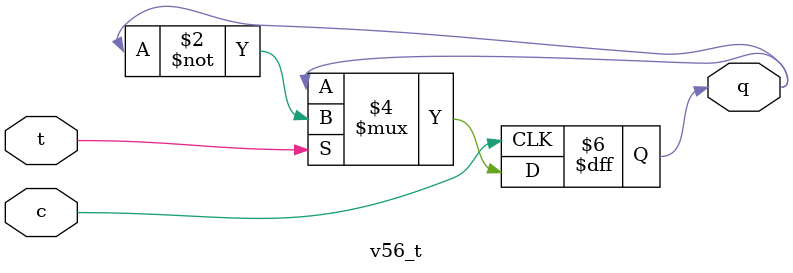
<source format=v>
module v56_t(c,t,q);
input c,t;
output q;
reg q;
always @(posedge c)
if(t) q = ~q;
endmodule
</source>
